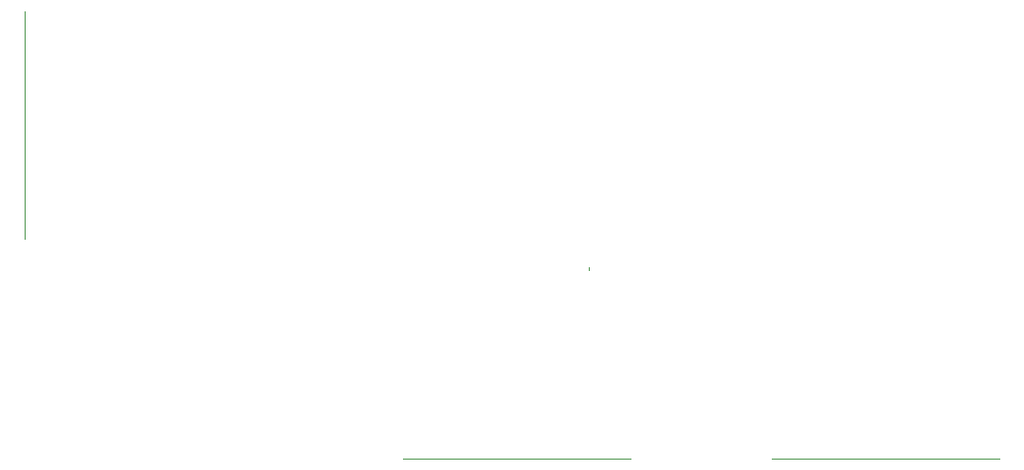
<source format=gto>
From 4101815b2fac78be67c1cd8d8c6520d41dcac7cf Mon Sep 17 00:00:00 2001
From: jaseg <git@jaseg.de>
Date: Sun, 23 Jan 2022 21:19:51 +0100
Subject: Fix more bugs

---
 gerbonara/gerber/tests/resources/fritzing/combined.gto | 9 +++++----
 1 file changed, 5 insertions(+), 4 deletions(-)

(limited to 'gerbonara/gerber/tests/resources/fritzing/combined.gto')

diff --git a/gerbonara/gerber/tests/resources/fritzing/combined.gto b/gerbonara/gerber/tests/resources/fritzing/combined.gto
index 65d56e2..a059149 100644
--- a/gerbonara/gerber/tests/resources/fritzing/combined.gto
+++ b/gerbonara/gerber/tests/resources/fritzing/combined.gto
@@ -1,3 +1,4 @@
+G04 file manually fixed for GerberTools #86 / #143*
 %MOIN*%
 %OFA0B0*%
 %FSLAX23Y23*%
@@ -11538,7 +11539,7 @@ G04 DOUBLE SIDED*
 G04 HOLES PLATED*
 G04 CONTOUR ON CENTER OF CONTOUR VECTOR*
 G90*
-G04 skipping 70
+G04 skipping 70*
 D26*
 X01701Y02265D02*
 X02501Y02265D01*
@@ -23054,7 +23055,7 @@ G04 DOUBLE SIDED*
 G04 HOLES PLATED*
 G04 CONTOUR ON CENTER OF CONTOUR VECTOR*
 G90*
-G04 skipping 70
+G04 skipping 70*
 D31*
 X02999Y02265D02*
 X03800Y02265D01*
@@ -34570,7 +34571,7 @@ G04 DOUBLE SIDED*
 G04 HOLES PLATED*
 G04 CONTOUR ON CENTER OF CONTOUR VECTOR*
 G90*
-G04 skipping 70
+G04 skipping 70*
 D36*
 X00371Y03040D02*
 X00371Y03840D01*
@@ -46079,4 +46080,4 @@ X02356Y02929D02*
 X02356Y02939D01*
 D02*
 G04 End of Silk1*
-M02*
\ No newline at end of file
+M02*
-- 
cgit 


</source>
